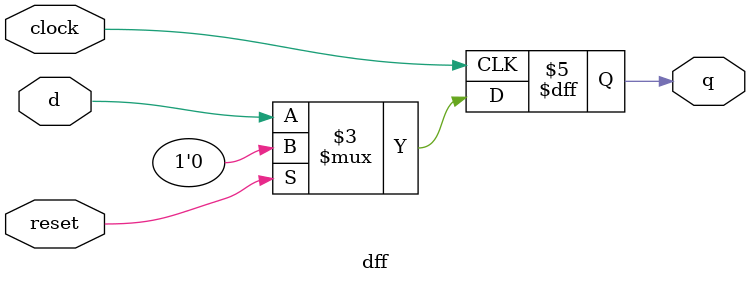
<source format=v>
module dff (
    input d, clock, reset,
    output reg q
);
    always @(posedge clock) begin
        if (reset)
            q <= 1'b0; // Reset q to 0
        else
            q <= d; // Store D input on clock edge
    end
endmodule

</source>
